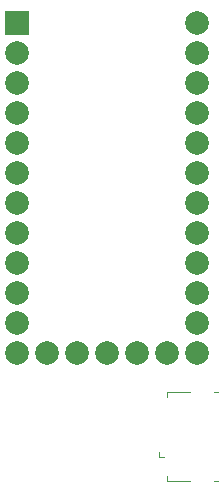
<source format=gbr>
%TF.GenerationSoftware,KiCad,Pcbnew,(6.0.4)*%
%TF.CreationDate,2023-12-12T22:20:10-08:00*%
%TF.ProjectId,keyboard,6b657962-6f61-4726-942e-6b696361645f,v1.0.0*%
%TF.SameCoordinates,Original*%
%TF.FileFunction,Legend,Top*%
%TF.FilePolarity,Positive*%
%FSLAX46Y46*%
G04 Gerber Fmt 4.6, Leading zero omitted, Abs format (unit mm)*
G04 Created by KiCad (PCBNEW (6.0.4)) date 2023-12-12 22:20:10*
%MOMM*%
%LPD*%
G01*
G04 APERTURE LIST*
%ADD10C,0.150000*%
%ADD11C,0.000000*%
%ADD12C,0.120000*%
%ADD13R,2.000000X2.000000*%
%ADD14C,2.000000*%
G04 APERTURE END LIST*
D10*
%TO.C,*%
D11*
D10*
D12*
X275005000Y-121240000D02*
X275405000Y-121240000D01*
X271055000Y-121240000D02*
X271055000Y-121660000D01*
X273035000Y-128760000D02*
X271055000Y-128760000D01*
X275405000Y-128760000D02*
X275005000Y-128760000D01*
X270375000Y-126310000D02*
X270375000Y-126760000D01*
X273035000Y-121240000D02*
X271055000Y-121240000D01*
X270825000Y-126760000D02*
X270375000Y-126760000D01*
X271055000Y-128760000D02*
X271055000Y-128340000D01*
%TD*%
D13*
%TO.C,*%
X258380000Y-90030000D03*
D14*
X258380000Y-92570000D03*
X258380000Y-95110000D03*
X258380000Y-97650000D03*
X258380000Y-100190000D03*
X258380000Y-102730000D03*
X258380000Y-105270000D03*
X258380000Y-107810000D03*
X258380000Y-110350000D03*
X258380000Y-112890000D03*
X258380000Y-115430000D03*
X258380000Y-117970000D03*
X273620000Y-117970000D03*
X273620000Y-115430000D03*
X273620000Y-112890000D03*
X273620000Y-110350000D03*
X273620000Y-107810000D03*
X273620000Y-105270000D03*
X273620000Y-102730000D03*
X273620000Y-100190000D03*
X273620000Y-97650000D03*
X273620000Y-95110000D03*
X273620000Y-92570000D03*
X273620000Y-90030000D03*
X260920000Y-117970000D03*
X263460000Y-117970000D03*
X266000000Y-117970000D03*
X268540000Y-117970000D03*
X271080000Y-117970000D03*
%TD*%
M02*

</source>
